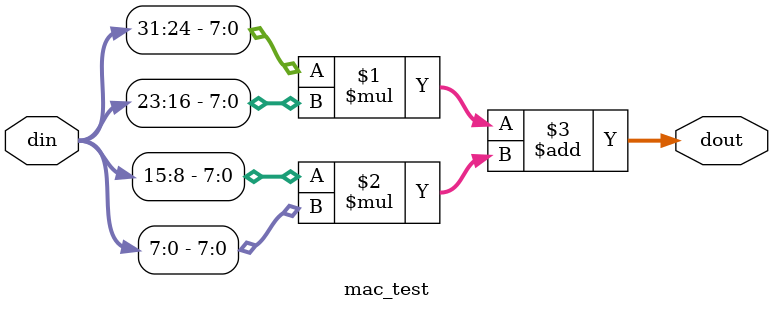
<source format=v>
`timescale 1ns / 1ps


module mac_test(
    din,
    dout
    );
input [31:0] din;
output [31:0] dout;

assign dout = (din[31:24] * din[23:16]) + (din[15:8] * din[7:0]);

endmodule

</source>
